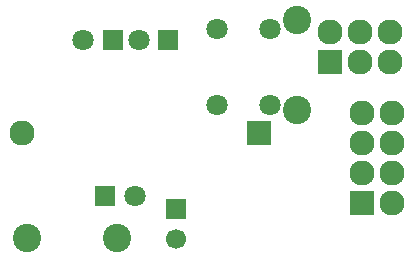
<source format=gbr>
G04 #@! TF.FileFunction,Soldermask,Bot*
%FSLAX46Y46*%
G04 Gerber Fmt 4.6, Leading zero omitted, Abs format (unit mm)*
G04 Created by KiCad (PCBNEW 4.0.2-4+6225~38~ubuntu14.04.1-stable) date Sun 10 Apr 2016 19:44:50 CEST*
%MOMM*%
G01*
G04 APERTURE LIST*
%ADD10C,0.100000*%
%ADD11R,1.800000X1.800000*%
%ADD12C,1.800000*%
%ADD13R,2.127200X2.127200*%
%ADD14O,2.127200X2.127200*%
%ADD15R,1.700000X1.700000*%
%ADD16C,1.700000*%
%ADD17C,1.797000*%
%ADD18C,2.398980*%
%ADD19C,2.127200*%
G04 APERTURE END LIST*
D10*
D11*
X141728000Y-99314000D03*
D12*
X139228000Y-99314000D03*
D11*
X137029000Y-99314000D03*
D12*
X134529000Y-99314000D03*
D11*
X136402000Y-112522000D03*
D12*
X138902000Y-112522000D03*
D13*
X158115000Y-113157000D03*
D14*
X160655000Y-113157000D03*
X158115000Y-110617000D03*
X160655000Y-110617000D03*
X158115000Y-108077000D03*
X160655000Y-108077000D03*
X158115000Y-105537000D03*
X160655000Y-105537000D03*
D15*
X142367000Y-113665000D03*
D16*
X142367000Y-116165000D03*
D13*
X155448000Y-101219000D03*
D14*
X155448000Y-98679000D03*
X157988000Y-101219000D03*
X157988000Y-98679000D03*
X160528000Y-101219000D03*
X160528000Y-98679000D03*
D17*
X150322000Y-104810000D03*
X145842000Y-104810000D03*
X150322000Y-98390000D03*
X145842000Y-98390000D03*
D18*
X137414000Y-116078000D03*
X129794000Y-116078000D03*
X152654000Y-105283000D03*
X152654000Y-97663000D03*
D13*
X149374000Y-107188000D03*
D19*
X129374000Y-107188000D03*
M02*

</source>
